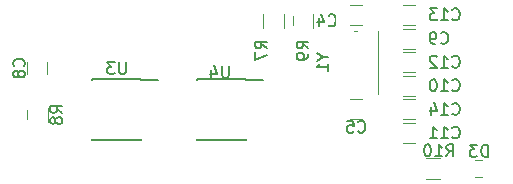
<source format=gbr>
%TF.GenerationSoftware,KiCad,Pcbnew,4.0.7-e2-6376~58~ubuntu16.04.1*%
%TF.CreationDate,2017-12-06T16:05:08+02:00*%
%TF.ProjectId,ecu_emu,6563755F656D752E6B696361645F7063,rev?*%
%TF.FileFunction,Legend,Bot*%
%FSLAX46Y46*%
G04 Gerber Fmt 4.6, Leading zero omitted, Abs format (unit mm)*
G04 Created by KiCad (PCBNEW 4.0.7-e2-6376~58~ubuntu16.04.1) date Wed Dec  6 16:05:08 2017*
%MOMM*%
%LPD*%
G01*
G04 APERTURE LIST*
%ADD10C,0.100000*%
%ADD11C,0.120000*%
%ADD12C,0.150000*%
%ADD13R,1.400000X1.650000*%
%ADD14R,2.100000X2.100000*%
%ADD15O,2.100000X2.100000*%
%ADD16R,1.700000X1.100000*%
%ADD17R,1.950000X1.000000*%
%ADD18R,1.700000X2.000000*%
%ADD19R,1.650000X1.400000*%
%ADD20R,1.600000X1.600000*%
%ADD21R,1.100000X1.700000*%
G04 APERTURE END LIST*
D10*
D11*
X67000000Y-23850000D02*
X66000000Y-23850000D01*
X66000000Y-22150000D02*
X67000000Y-22150000D01*
X67000000Y-31850000D02*
X66000000Y-31850000D01*
X66000000Y-30150000D02*
X67000000Y-30150000D01*
X70500000Y-24150000D02*
X71500000Y-24150000D01*
X71500000Y-25850000D02*
X70500000Y-25850000D01*
X60380000Y-24100000D02*
X60380000Y-22900000D01*
X58620000Y-22900000D02*
X58620000Y-24100000D01*
X38620000Y-30850000D02*
X38620000Y-32050000D01*
X40380000Y-32050000D02*
X40380000Y-30850000D01*
D12*
X57195000Y-28460000D02*
X57195000Y-28510000D01*
X53045000Y-28460000D02*
X53045000Y-28605000D01*
X53045000Y-33610000D02*
X53045000Y-33465000D01*
X57195000Y-33610000D02*
X57195000Y-33465000D01*
X57195000Y-28460000D02*
X53045000Y-28460000D01*
X57195000Y-33610000D02*
X53045000Y-33610000D01*
X57195000Y-28510000D02*
X58595000Y-28510000D01*
D11*
X64650000Y-24350000D02*
X68350000Y-24350000D01*
X68350000Y-24350000D02*
X68350000Y-29650000D01*
X62880000Y-24100000D02*
X62880000Y-22900000D01*
X61120000Y-22900000D02*
X61120000Y-24100000D01*
X38650000Y-28000000D02*
X38650000Y-27000000D01*
X40350000Y-27000000D02*
X40350000Y-28000000D01*
X70500000Y-28150000D02*
X71500000Y-28150000D01*
X71500000Y-29850000D02*
X70500000Y-29850000D01*
X70500000Y-32150000D02*
X71500000Y-32150000D01*
X71500000Y-33850000D02*
X70500000Y-33850000D01*
X70500000Y-26150000D02*
X71500000Y-26150000D01*
X71500000Y-27850000D02*
X70500000Y-27850000D01*
X70500000Y-22150000D02*
X71500000Y-22150000D01*
X71500000Y-23850000D02*
X70500000Y-23850000D01*
X70500000Y-30150000D02*
X71500000Y-30150000D01*
X71500000Y-31850000D02*
X70500000Y-31850000D01*
D12*
X48317000Y-28460000D02*
X48317000Y-28510000D01*
X44167000Y-28460000D02*
X44167000Y-28605000D01*
X44167000Y-33610000D02*
X44167000Y-33465000D01*
X48317000Y-33610000D02*
X48317000Y-33465000D01*
X48317000Y-28460000D02*
X44167000Y-28460000D01*
X48317000Y-33610000D02*
X44167000Y-33610000D01*
X48317000Y-28510000D02*
X49717000Y-28510000D01*
D11*
X78700000Y-35300000D02*
X78700000Y-36700000D01*
X78700000Y-36700000D02*
X75900000Y-36700000D01*
X78700000Y-35300000D02*
X75900000Y-35300000D01*
X72400000Y-36880000D02*
X73600000Y-36880000D01*
X73600000Y-35120000D02*
X72400000Y-35120000D01*
D12*
X64166666Y-23857143D02*
X64214285Y-23904762D01*
X64357142Y-23952381D01*
X64452380Y-23952381D01*
X64595238Y-23904762D01*
X64690476Y-23809524D01*
X64738095Y-23714286D01*
X64785714Y-23523810D01*
X64785714Y-23380952D01*
X64738095Y-23190476D01*
X64690476Y-23095238D01*
X64595238Y-23000000D01*
X64452380Y-22952381D01*
X64357142Y-22952381D01*
X64214285Y-23000000D01*
X64166666Y-23047619D01*
X63309523Y-23285714D02*
X63309523Y-23952381D01*
X63547619Y-22904762D02*
X63785714Y-23619048D01*
X63166666Y-23619048D01*
X66666666Y-32857143D02*
X66714285Y-32904762D01*
X66857142Y-32952381D01*
X66952380Y-32952381D01*
X67095238Y-32904762D01*
X67190476Y-32809524D01*
X67238095Y-32714286D01*
X67285714Y-32523810D01*
X67285714Y-32380952D01*
X67238095Y-32190476D01*
X67190476Y-32095238D01*
X67095238Y-32000000D01*
X66952380Y-31952381D01*
X66857142Y-31952381D01*
X66714285Y-32000000D01*
X66666666Y-32047619D01*
X65761904Y-31952381D02*
X66238095Y-31952381D01*
X66285714Y-32428571D01*
X66238095Y-32380952D01*
X66142857Y-32333333D01*
X65904761Y-32333333D01*
X65809523Y-32380952D01*
X65761904Y-32428571D01*
X65714285Y-32523810D01*
X65714285Y-32761905D01*
X65761904Y-32857143D01*
X65809523Y-32904762D01*
X65904761Y-32952381D01*
X66142857Y-32952381D01*
X66238095Y-32904762D01*
X66285714Y-32857143D01*
X73666666Y-25357143D02*
X73714285Y-25404762D01*
X73857142Y-25452381D01*
X73952380Y-25452381D01*
X74095238Y-25404762D01*
X74190476Y-25309524D01*
X74238095Y-25214286D01*
X74285714Y-25023810D01*
X74285714Y-24880952D01*
X74238095Y-24690476D01*
X74190476Y-24595238D01*
X74095238Y-24500000D01*
X73952380Y-24452381D01*
X73857142Y-24452381D01*
X73714285Y-24500000D01*
X73666666Y-24547619D01*
X73190476Y-25452381D02*
X73000000Y-25452381D01*
X72904761Y-25404762D01*
X72857142Y-25357143D01*
X72761904Y-25214286D01*
X72714285Y-25023810D01*
X72714285Y-24642857D01*
X72761904Y-24547619D01*
X72809523Y-24500000D01*
X72904761Y-24452381D01*
X73095238Y-24452381D01*
X73190476Y-24500000D01*
X73238095Y-24547619D01*
X73285714Y-24642857D01*
X73285714Y-24880952D01*
X73238095Y-24976190D01*
X73190476Y-25023810D01*
X73095238Y-25071429D01*
X72904761Y-25071429D01*
X72809523Y-25023810D01*
X72761904Y-24976190D01*
X72714285Y-24880952D01*
X58952381Y-25833334D02*
X58476190Y-25500000D01*
X58952381Y-25261905D02*
X57952381Y-25261905D01*
X57952381Y-25642858D01*
X58000000Y-25738096D01*
X58047619Y-25785715D01*
X58142857Y-25833334D01*
X58285714Y-25833334D01*
X58380952Y-25785715D01*
X58428571Y-25738096D01*
X58476190Y-25642858D01*
X58476190Y-25261905D01*
X57952381Y-26166667D02*
X57952381Y-26833334D01*
X58952381Y-26404762D01*
X41602381Y-31283334D02*
X41126190Y-30950000D01*
X41602381Y-30711905D02*
X40602381Y-30711905D01*
X40602381Y-31092858D01*
X40650000Y-31188096D01*
X40697619Y-31235715D01*
X40792857Y-31283334D01*
X40935714Y-31283334D01*
X41030952Y-31235715D01*
X41078571Y-31188096D01*
X41126190Y-31092858D01*
X41126190Y-30711905D01*
X41030952Y-31854762D02*
X40983333Y-31759524D01*
X40935714Y-31711905D01*
X40840476Y-31664286D01*
X40792857Y-31664286D01*
X40697619Y-31711905D01*
X40650000Y-31759524D01*
X40602381Y-31854762D01*
X40602381Y-32045239D01*
X40650000Y-32140477D01*
X40697619Y-32188096D01*
X40792857Y-32235715D01*
X40840476Y-32235715D01*
X40935714Y-32188096D01*
X40983333Y-32140477D01*
X41030952Y-32045239D01*
X41030952Y-31854762D01*
X41078571Y-31759524D01*
X41126190Y-31711905D01*
X41221429Y-31664286D01*
X41411905Y-31664286D01*
X41507143Y-31711905D01*
X41554762Y-31759524D01*
X41602381Y-31854762D01*
X41602381Y-32045239D01*
X41554762Y-32140477D01*
X41507143Y-32188096D01*
X41411905Y-32235715D01*
X41221429Y-32235715D01*
X41126190Y-32188096D01*
X41078571Y-32140477D01*
X41030952Y-32045239D01*
X55721905Y-27312381D02*
X55721905Y-28121905D01*
X55674286Y-28217143D01*
X55626667Y-28264762D01*
X55531429Y-28312381D01*
X55340952Y-28312381D01*
X55245714Y-28264762D01*
X55198095Y-28217143D01*
X55150476Y-28121905D01*
X55150476Y-27312381D01*
X54245714Y-27645714D02*
X54245714Y-28312381D01*
X54483810Y-27264762D02*
X54721905Y-27979048D01*
X54102857Y-27979048D01*
X63676190Y-26523809D02*
X64152381Y-26523809D01*
X63152381Y-26190476D02*
X63676190Y-26523809D01*
X63152381Y-26857143D01*
X64152381Y-27714286D02*
X64152381Y-27142857D01*
X64152381Y-27428571D02*
X63152381Y-27428571D01*
X63295238Y-27333333D01*
X63390476Y-27238095D01*
X63438095Y-27142857D01*
X62452381Y-25833334D02*
X61976190Y-25500000D01*
X62452381Y-25261905D02*
X61452381Y-25261905D01*
X61452381Y-25642858D01*
X61500000Y-25738096D01*
X61547619Y-25785715D01*
X61642857Y-25833334D01*
X61785714Y-25833334D01*
X61880952Y-25785715D01*
X61928571Y-25738096D01*
X61976190Y-25642858D01*
X61976190Y-25261905D01*
X62452381Y-26309524D02*
X62452381Y-26500000D01*
X62404762Y-26595239D01*
X62357143Y-26642858D01*
X62214286Y-26738096D01*
X62023810Y-26785715D01*
X61642857Y-26785715D01*
X61547619Y-26738096D01*
X61500000Y-26690477D01*
X61452381Y-26595239D01*
X61452381Y-26404762D01*
X61500000Y-26309524D01*
X61547619Y-26261905D01*
X61642857Y-26214286D01*
X61880952Y-26214286D01*
X61976190Y-26261905D01*
X62023810Y-26309524D01*
X62071429Y-26404762D01*
X62071429Y-26595239D01*
X62023810Y-26690477D01*
X61976190Y-26738096D01*
X61880952Y-26785715D01*
X38357143Y-27333334D02*
X38404762Y-27285715D01*
X38452381Y-27142858D01*
X38452381Y-27047620D01*
X38404762Y-26904762D01*
X38309524Y-26809524D01*
X38214286Y-26761905D01*
X38023810Y-26714286D01*
X37880952Y-26714286D01*
X37690476Y-26761905D01*
X37595238Y-26809524D01*
X37500000Y-26904762D01*
X37452381Y-27047620D01*
X37452381Y-27142858D01*
X37500000Y-27285715D01*
X37547619Y-27333334D01*
X37880952Y-27904762D02*
X37833333Y-27809524D01*
X37785714Y-27761905D01*
X37690476Y-27714286D01*
X37642857Y-27714286D01*
X37547619Y-27761905D01*
X37500000Y-27809524D01*
X37452381Y-27904762D01*
X37452381Y-28095239D01*
X37500000Y-28190477D01*
X37547619Y-28238096D01*
X37642857Y-28285715D01*
X37690476Y-28285715D01*
X37785714Y-28238096D01*
X37833333Y-28190477D01*
X37880952Y-28095239D01*
X37880952Y-27904762D01*
X37928571Y-27809524D01*
X37976190Y-27761905D01*
X38071429Y-27714286D01*
X38261905Y-27714286D01*
X38357143Y-27761905D01*
X38404762Y-27809524D01*
X38452381Y-27904762D01*
X38452381Y-28095239D01*
X38404762Y-28190477D01*
X38357143Y-28238096D01*
X38261905Y-28285715D01*
X38071429Y-28285715D01*
X37976190Y-28238096D01*
X37928571Y-28190477D01*
X37880952Y-28095239D01*
X74642857Y-29357143D02*
X74690476Y-29404762D01*
X74833333Y-29452381D01*
X74928571Y-29452381D01*
X75071429Y-29404762D01*
X75166667Y-29309524D01*
X75214286Y-29214286D01*
X75261905Y-29023810D01*
X75261905Y-28880952D01*
X75214286Y-28690476D01*
X75166667Y-28595238D01*
X75071429Y-28500000D01*
X74928571Y-28452381D01*
X74833333Y-28452381D01*
X74690476Y-28500000D01*
X74642857Y-28547619D01*
X73690476Y-29452381D02*
X74261905Y-29452381D01*
X73976191Y-29452381D02*
X73976191Y-28452381D01*
X74071429Y-28595238D01*
X74166667Y-28690476D01*
X74261905Y-28738095D01*
X73071429Y-28452381D02*
X72976190Y-28452381D01*
X72880952Y-28500000D01*
X72833333Y-28547619D01*
X72785714Y-28642857D01*
X72738095Y-28833333D01*
X72738095Y-29071429D01*
X72785714Y-29261905D01*
X72833333Y-29357143D01*
X72880952Y-29404762D01*
X72976190Y-29452381D01*
X73071429Y-29452381D01*
X73166667Y-29404762D01*
X73214286Y-29357143D01*
X73261905Y-29261905D01*
X73309524Y-29071429D01*
X73309524Y-28833333D01*
X73261905Y-28642857D01*
X73214286Y-28547619D01*
X73166667Y-28500000D01*
X73071429Y-28452381D01*
X74642857Y-33357143D02*
X74690476Y-33404762D01*
X74833333Y-33452381D01*
X74928571Y-33452381D01*
X75071429Y-33404762D01*
X75166667Y-33309524D01*
X75214286Y-33214286D01*
X75261905Y-33023810D01*
X75261905Y-32880952D01*
X75214286Y-32690476D01*
X75166667Y-32595238D01*
X75071429Y-32500000D01*
X74928571Y-32452381D01*
X74833333Y-32452381D01*
X74690476Y-32500000D01*
X74642857Y-32547619D01*
X73690476Y-33452381D02*
X74261905Y-33452381D01*
X73976191Y-33452381D02*
X73976191Y-32452381D01*
X74071429Y-32595238D01*
X74166667Y-32690476D01*
X74261905Y-32738095D01*
X72738095Y-33452381D02*
X73309524Y-33452381D01*
X73023810Y-33452381D02*
X73023810Y-32452381D01*
X73119048Y-32595238D01*
X73214286Y-32690476D01*
X73309524Y-32738095D01*
X74642857Y-27357143D02*
X74690476Y-27404762D01*
X74833333Y-27452381D01*
X74928571Y-27452381D01*
X75071429Y-27404762D01*
X75166667Y-27309524D01*
X75214286Y-27214286D01*
X75261905Y-27023810D01*
X75261905Y-26880952D01*
X75214286Y-26690476D01*
X75166667Y-26595238D01*
X75071429Y-26500000D01*
X74928571Y-26452381D01*
X74833333Y-26452381D01*
X74690476Y-26500000D01*
X74642857Y-26547619D01*
X73690476Y-27452381D02*
X74261905Y-27452381D01*
X73976191Y-27452381D02*
X73976191Y-26452381D01*
X74071429Y-26595238D01*
X74166667Y-26690476D01*
X74261905Y-26738095D01*
X73309524Y-26547619D02*
X73261905Y-26500000D01*
X73166667Y-26452381D01*
X72928571Y-26452381D01*
X72833333Y-26500000D01*
X72785714Y-26547619D01*
X72738095Y-26642857D01*
X72738095Y-26738095D01*
X72785714Y-26880952D01*
X73357143Y-27452381D01*
X72738095Y-27452381D01*
X74642857Y-23357143D02*
X74690476Y-23404762D01*
X74833333Y-23452381D01*
X74928571Y-23452381D01*
X75071429Y-23404762D01*
X75166667Y-23309524D01*
X75214286Y-23214286D01*
X75261905Y-23023810D01*
X75261905Y-22880952D01*
X75214286Y-22690476D01*
X75166667Y-22595238D01*
X75071429Y-22500000D01*
X74928571Y-22452381D01*
X74833333Y-22452381D01*
X74690476Y-22500000D01*
X74642857Y-22547619D01*
X73690476Y-23452381D02*
X74261905Y-23452381D01*
X73976191Y-23452381D02*
X73976191Y-22452381D01*
X74071429Y-22595238D01*
X74166667Y-22690476D01*
X74261905Y-22738095D01*
X73357143Y-22452381D02*
X72738095Y-22452381D01*
X73071429Y-22833333D01*
X72928571Y-22833333D01*
X72833333Y-22880952D01*
X72785714Y-22928571D01*
X72738095Y-23023810D01*
X72738095Y-23261905D01*
X72785714Y-23357143D01*
X72833333Y-23404762D01*
X72928571Y-23452381D01*
X73214286Y-23452381D01*
X73309524Y-23404762D01*
X73357143Y-23357143D01*
X74642857Y-31357143D02*
X74690476Y-31404762D01*
X74833333Y-31452381D01*
X74928571Y-31452381D01*
X75071429Y-31404762D01*
X75166667Y-31309524D01*
X75214286Y-31214286D01*
X75261905Y-31023810D01*
X75261905Y-30880952D01*
X75214286Y-30690476D01*
X75166667Y-30595238D01*
X75071429Y-30500000D01*
X74928571Y-30452381D01*
X74833333Y-30452381D01*
X74690476Y-30500000D01*
X74642857Y-30547619D01*
X73690476Y-31452381D02*
X74261905Y-31452381D01*
X73976191Y-31452381D02*
X73976191Y-30452381D01*
X74071429Y-30595238D01*
X74166667Y-30690476D01*
X74261905Y-30738095D01*
X72833333Y-30785714D02*
X72833333Y-31452381D01*
X73071429Y-30404762D02*
X73309524Y-31119048D01*
X72690476Y-31119048D01*
X47003905Y-26987381D02*
X47003905Y-27796905D01*
X46956286Y-27892143D01*
X46908667Y-27939762D01*
X46813429Y-27987381D01*
X46622952Y-27987381D01*
X46527714Y-27939762D01*
X46480095Y-27892143D01*
X46432476Y-27796905D01*
X46432476Y-26987381D01*
X46051524Y-26987381D02*
X45432476Y-26987381D01*
X45765810Y-27368333D01*
X45622952Y-27368333D01*
X45527714Y-27415952D01*
X45480095Y-27463571D01*
X45432476Y-27558810D01*
X45432476Y-27796905D01*
X45480095Y-27892143D01*
X45527714Y-27939762D01*
X45622952Y-27987381D01*
X45908667Y-27987381D01*
X46003905Y-27939762D01*
X46051524Y-27892143D01*
X77638095Y-35002381D02*
X77638095Y-34002381D01*
X77400000Y-34002381D01*
X77257142Y-34050000D01*
X77161904Y-34145238D01*
X77114285Y-34240476D01*
X77066666Y-34430952D01*
X77066666Y-34573810D01*
X77114285Y-34764286D01*
X77161904Y-34859524D01*
X77257142Y-34954762D01*
X77400000Y-35002381D01*
X77638095Y-35002381D01*
X76733333Y-34002381D02*
X76114285Y-34002381D01*
X76447619Y-34383333D01*
X76304761Y-34383333D01*
X76209523Y-34430952D01*
X76161904Y-34478571D01*
X76114285Y-34573810D01*
X76114285Y-34811905D01*
X76161904Y-34907143D01*
X76209523Y-34954762D01*
X76304761Y-35002381D01*
X76590476Y-35002381D01*
X76685714Y-34954762D01*
X76733333Y-34907143D01*
X74142857Y-34952381D02*
X74476191Y-34476190D01*
X74714286Y-34952381D02*
X74714286Y-33952381D01*
X74333333Y-33952381D01*
X74238095Y-34000000D01*
X74190476Y-34047619D01*
X74142857Y-34142857D01*
X74142857Y-34285714D01*
X74190476Y-34380952D01*
X74238095Y-34428571D01*
X74333333Y-34476190D01*
X74714286Y-34476190D01*
X73190476Y-34952381D02*
X73761905Y-34952381D01*
X73476191Y-34952381D02*
X73476191Y-33952381D01*
X73571429Y-34095238D01*
X73666667Y-34190476D01*
X73761905Y-34238095D01*
X72571429Y-33952381D02*
X72476190Y-33952381D01*
X72380952Y-34000000D01*
X72333333Y-34047619D01*
X72285714Y-34142857D01*
X72238095Y-34333333D01*
X72238095Y-34571429D01*
X72285714Y-34761905D01*
X72333333Y-34857143D01*
X72380952Y-34904762D01*
X72476190Y-34952381D01*
X72571429Y-34952381D01*
X72666667Y-34904762D01*
X72714286Y-34857143D01*
X72761905Y-34761905D01*
X72809524Y-34571429D01*
X72809524Y-34333333D01*
X72761905Y-34142857D01*
X72714286Y-34047619D01*
X72666667Y-34000000D01*
X72571429Y-33952381D01*
%LPC*%
D13*
X65500000Y-23000000D03*
X67500000Y-23000000D03*
X65500000Y-31000000D03*
X67500000Y-31000000D03*
X72000000Y-25000000D03*
X70000000Y-25000000D03*
D14*
X34640000Y-35480000D03*
D15*
X32100000Y-35480000D03*
X34640000Y-32940000D03*
X32100000Y-32940000D03*
X34640000Y-30400000D03*
X32100000Y-30400000D03*
X34640000Y-27860000D03*
X32100000Y-27860000D03*
X34640000Y-25320000D03*
X32100000Y-25320000D03*
X34640000Y-22780000D03*
X32100000Y-22780000D03*
D16*
X59500000Y-22550000D03*
X59500000Y-24450000D03*
X39500000Y-32400000D03*
X39500000Y-30500000D03*
D17*
X57820000Y-29130000D03*
X57820000Y-30400000D03*
X57820000Y-31670000D03*
X57820000Y-32940000D03*
X52420000Y-32940000D03*
X52420000Y-31670000D03*
X52420000Y-30400000D03*
X52420000Y-29130000D03*
D18*
X67500000Y-25350000D03*
X67500000Y-28650000D03*
X65500000Y-28650000D03*
X65500000Y-25350000D03*
D16*
X62000000Y-22550000D03*
X62000000Y-24450000D03*
D19*
X39500000Y-26500000D03*
X39500000Y-28500000D03*
D13*
X72000000Y-29000000D03*
X70000000Y-29000000D03*
X72000000Y-33000000D03*
X70000000Y-33000000D03*
X72000000Y-27000000D03*
X70000000Y-27000000D03*
X72000000Y-23000000D03*
X70000000Y-23000000D03*
X72000000Y-31000000D03*
X70000000Y-31000000D03*
D17*
X48942000Y-29130000D03*
X48942000Y-30400000D03*
X48942000Y-31670000D03*
X48942000Y-32940000D03*
X43542000Y-32940000D03*
X43542000Y-31670000D03*
X43542000Y-30400000D03*
X43542000Y-29130000D03*
D14*
X77000000Y-32940000D03*
D15*
X77000000Y-30400000D03*
X77000000Y-27860000D03*
X77000000Y-25320000D03*
D20*
X75800000Y-36000000D03*
X78000000Y-36000000D03*
D21*
X73950000Y-36000000D03*
X72050000Y-36000000D03*
M02*

</source>
